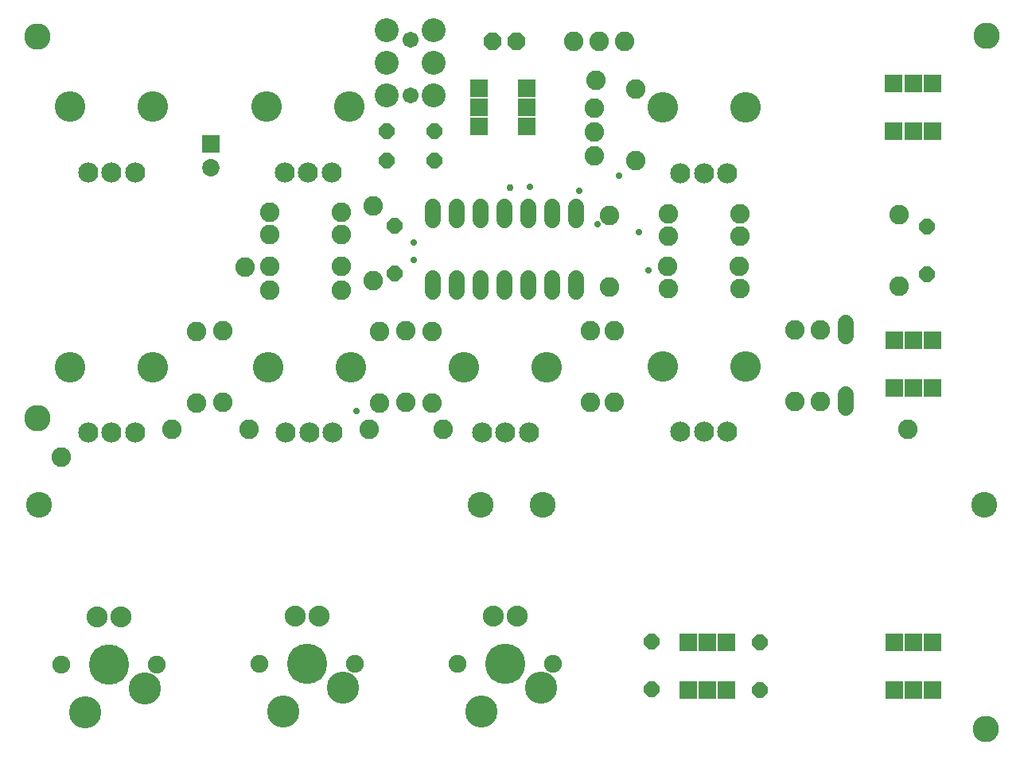
<source format=gbr>
G04 EAGLE Gerber RS-274X export*
G75*
%MOMM*%
%FSLAX34Y34*%
%LPD*%
%INSoldermask Bottom*%
%IPPOS*%
%AMOC8*
5,1,8,0,0,1.08239X$1,22.5*%
G01*
%ADD10C,2.803200*%
%ADD11C,3.251200*%
%ADD12C,2.133600*%
%ADD13P,1.803519X8X292.500000*%
%ADD14P,1.803519X8X112.500000*%
%ADD15P,1.803519X8X202.500000*%
%ADD16P,1.803519X8X22.500000*%
%ADD17R,1.854200X1.854200*%
%ADD18C,1.854200*%
%ADD19C,1.666238*%
%ADD20C,4.292600*%
%ADD21C,1.910081*%
%ADD22C,2.235200*%
%ADD23C,3.429000*%
%ADD24C,2.543200*%
%ADD25C,1.703200*%
%ADD26C,2.082800*%
%ADD27R,1.823200X1.823200*%
%ADD28P,2.034460X8X22.500000*%
%ADD29C,2.743200*%
%ADD30C,0.705600*%
%ADD31C,0.755600*%


D10*
X23000Y720000D03*
X1033000Y721000D03*
X1032000Y-17000D03*
X23000Y314000D03*
D11*
X57600Y645800D03*
D12*
X126600Y575800D03*
X101600Y575800D03*
X76600Y575800D03*
D11*
X145600Y645800D03*
D13*
X676600Y75700D03*
X676600Y24900D03*
X792000Y74700D03*
X792000Y23900D03*
D14*
X402900Y468000D03*
X402900Y518800D03*
D15*
X444900Y619100D03*
X394100Y619100D03*
D16*
X394100Y588300D03*
X444900Y588300D03*
D14*
X969800Y466700D03*
X969800Y517500D03*
D17*
X207700Y605700D03*
D18*
X207700Y580700D03*
D11*
X688000Y644500D03*
D12*
X757000Y574500D03*
X732000Y574500D03*
X707000Y574500D03*
D11*
X776000Y644500D03*
D19*
X883200Y339515D02*
X883200Y324885D01*
X883200Y401085D02*
X883200Y415715D01*
D20*
X99050Y51050D03*
D21*
X149850Y51050D03*
X48250Y51050D03*
D22*
X111750Y101850D03*
X86350Y101850D03*
D23*
X137150Y25650D03*
X73650Y250D03*
D20*
X310050Y52050D03*
D21*
X360850Y52050D03*
X259250Y52050D03*
D22*
X322750Y102850D03*
X297350Y102850D03*
D23*
X348150Y26650D03*
X284650Y1250D03*
D20*
X521050Y52050D03*
D21*
X571850Y52050D03*
X470250Y52050D03*
D22*
X533750Y102850D03*
X508350Y102850D03*
D23*
X559150Y26650D03*
X495650Y1250D03*
D24*
X444542Y657192D03*
X444542Y692192D03*
X444542Y727192D03*
X394542Y727192D03*
X394542Y692192D03*
X394542Y657192D03*
D25*
X419542Y717192D03*
X419542Y657192D03*
D26*
X617000Y673400D03*
X375900Y302100D03*
X47800Y272100D03*
X454500Y302100D03*
X248300Y302100D03*
X380200Y459900D03*
X948700Y302100D03*
D11*
X688000Y369000D03*
D12*
X757000Y299000D03*
X732000Y299000D03*
X707000Y299000D03*
D11*
X776000Y369000D03*
X57600Y368300D03*
D12*
X126600Y298300D03*
X101600Y298300D03*
X76600Y298300D03*
D11*
X145600Y368300D03*
X268100Y368300D03*
D12*
X337100Y298300D03*
X312100Y298300D03*
X287100Y298300D03*
D11*
X356100Y368300D03*
X476700Y368300D03*
D12*
X545700Y298300D03*
X520700Y298300D03*
X495700Y298300D03*
D11*
X564700Y368300D03*
X266800Y645800D03*
D12*
X335800Y575800D03*
X310800Y575800D03*
X285800Y575800D03*
D11*
X354800Y645800D03*
D26*
X636800Y407100D03*
X636800Y330900D03*
X191800Y406100D03*
X191800Y329900D03*
X220300Y406700D03*
X220300Y330500D03*
X611600Y407100D03*
X611600Y330900D03*
X770300Y508000D03*
X694100Y508000D03*
X269900Y509500D03*
X346100Y509500D03*
X414900Y330500D03*
X414900Y406700D03*
X269900Y533000D03*
X346100Y533000D03*
X940000Y530100D03*
X940000Y453900D03*
X659300Y663900D03*
X659300Y587700D03*
X694100Y531400D03*
X770300Y531400D03*
X829100Y331600D03*
X829100Y407800D03*
X855900Y331600D03*
X855900Y407800D03*
X769900Y475800D03*
X693700Y475800D03*
X694100Y451700D03*
X770300Y451700D03*
X346100Y475300D03*
X269900Y475300D03*
X346100Y450400D03*
X269900Y450400D03*
X443000Y329900D03*
X443000Y406100D03*
X386800Y406100D03*
X386800Y329900D03*
D27*
X975400Y75400D03*
X955000Y75400D03*
X934600Y75400D03*
X934600Y24600D03*
X955000Y24600D03*
X975400Y24600D03*
X715400Y23900D03*
X735800Y23900D03*
X756200Y23900D03*
X756200Y74700D03*
X735800Y74700D03*
X715400Y74700D03*
X975700Y397100D03*
X955300Y397100D03*
X934900Y397100D03*
X934900Y346300D03*
X955300Y346300D03*
X975700Y346300D03*
X975000Y670600D03*
X954600Y670600D03*
X934200Y670600D03*
X934200Y619800D03*
X954600Y619800D03*
X975000Y619800D03*
D26*
X615800Y593100D03*
X615800Y618500D03*
X615800Y643900D03*
D19*
X443700Y462615D02*
X443700Y447985D01*
X469100Y447985D02*
X469100Y462615D01*
X596100Y462615D02*
X596100Y447985D01*
X596100Y524185D02*
X596100Y538815D01*
X494500Y462615D02*
X494500Y447985D01*
X519900Y447985D02*
X519900Y462615D01*
X570700Y462615D02*
X570700Y447985D01*
X545300Y447985D02*
X545300Y462615D01*
X570700Y524185D02*
X570700Y538815D01*
X545300Y538815D02*
X545300Y524185D01*
X519900Y524185D02*
X519900Y538815D01*
X494500Y538815D02*
X494500Y524185D01*
X469100Y524185D02*
X469100Y538815D01*
X443700Y538815D02*
X443700Y524185D01*
D27*
X493100Y665500D03*
X493100Y645100D03*
X493100Y624700D03*
X543900Y624700D03*
X543900Y645100D03*
X543900Y665500D03*
D26*
X631500Y529900D03*
X631500Y453700D03*
D28*
X507200Y715400D03*
X532600Y715400D03*
D29*
X560100Y221300D03*
X1030100Y221300D03*
X24800Y221300D03*
X494800Y221300D03*
D26*
X620400Y714700D03*
X593100Y714700D03*
X647700Y714700D03*
X244000Y475000D03*
X380000Y540000D03*
X166000Y302000D03*
D30*
X599000Y556000D03*
X619000Y520000D03*
X663000Y512000D03*
D31*
X526000Y559000D03*
D30*
X362000Y321000D03*
X673000Y471000D03*
X642000Y572000D03*
X547000Y560000D03*
X423000Y501000D03*
X423000Y482000D03*
M02*

</source>
